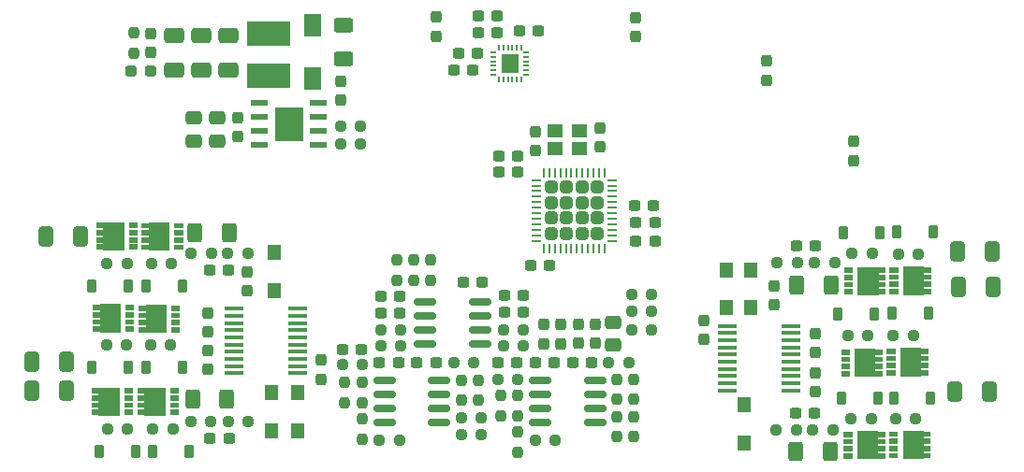
<source format=gbr>
%TF.GenerationSoftware,KiCad,Pcbnew,8.0.2*%
%TF.CreationDate,2024-07-12T01:17:03+08:00*%
%TF.ProjectId,bldcDriver,626c6463-4472-4697-9665-722e6b696361,rev?*%
%TF.SameCoordinates,Original*%
%TF.FileFunction,Paste,Bot*%
%TF.FilePolarity,Positive*%
%FSLAX46Y46*%
G04 Gerber Fmt 4.6, Leading zero omitted, Abs format (unit mm)*
G04 Created by KiCad (PCBNEW 8.0.2) date 2024-07-12 01:17:03*
%MOMM*%
%LPD*%
G01*
G04 APERTURE LIST*
G04 Aperture macros list*
%AMRoundRect*
0 Rectangle with rounded corners*
0 $1 Rounding radius*
0 $2 $3 $4 $5 $6 $7 $8 $9 X,Y pos of 4 corners*
0 Add a 4 corners polygon primitive as box body*
4,1,4,$2,$3,$4,$5,$6,$7,$8,$9,$2,$3,0*
0 Add four circle primitives for the rounded corners*
1,1,$1+$1,$2,$3*
1,1,$1+$1,$4,$5*
1,1,$1+$1,$6,$7*
1,1,$1+$1,$8,$9*
0 Add four rect primitives between the rounded corners*
20,1,$1+$1,$2,$3,$4,$5,0*
20,1,$1+$1,$4,$5,$6,$7,0*
20,1,$1+$1,$6,$7,$8,$9,0*
20,1,$1+$1,$8,$9,$2,$3,0*%
G04 Aperture macros list end*
%ADD10C,0.120000*%
%ADD11RoundRect,0.237500X0.237500X-0.250000X0.237500X0.250000X-0.237500X0.250000X-0.237500X-0.250000X0*%
%ADD12RoundRect,0.237500X-0.237500X0.300000X-0.237500X-0.300000X0.237500X-0.300000X0.237500X0.300000X0*%
%ADD13RoundRect,0.150000X0.825000X0.150000X-0.825000X0.150000X-0.825000X-0.150000X0.825000X-0.150000X0*%
%ADD14RoundRect,0.237500X-0.250000X-0.237500X0.250000X-0.237500X0.250000X0.237500X-0.250000X0.237500X0*%
%ADD15RoundRect,0.237500X0.250000X0.237500X-0.250000X0.237500X-0.250000X-0.237500X0.250000X-0.237500X0*%
%ADD16RoundRect,0.237500X-0.237500X0.250000X-0.237500X-0.250000X0.237500X-0.250000X0.237500X0.250000X0*%
%ADD17RoundRect,0.250000X0.650000X-0.412500X0.650000X0.412500X-0.650000X0.412500X-0.650000X-0.412500X0*%
%ADD18R,1.200000X1.400000*%
%ADD19RoundRect,0.237500X0.300000X0.237500X-0.300000X0.237500X-0.300000X-0.237500X0.300000X-0.237500X0*%
%ADD20R,0.700000X0.400000*%
%ADD21R,1.800000X2.480000*%
%ADD22RoundRect,0.237500X0.237500X-0.300000X0.237500X0.300000X-0.237500X0.300000X-0.237500X-0.300000X0*%
%ADD23RoundRect,0.225000X-0.225000X-0.375000X0.225000X-0.375000X0.225000X0.375000X-0.225000X0.375000X0*%
%ADD24RoundRect,0.250000X0.475000X-0.337500X0.475000X0.337500X-0.475000X0.337500X-0.475000X-0.337500X0*%
%ADD25RoundRect,0.225000X0.225000X0.375000X-0.225000X0.375000X-0.225000X-0.375000X0.225000X-0.375000X0*%
%ADD26RoundRect,0.250000X0.412500X0.650000X-0.412500X0.650000X-0.412500X-0.650000X0.412500X-0.650000X0*%
%ADD27RoundRect,0.237500X-0.300000X-0.237500X0.300000X-0.237500X0.300000X0.237500X-0.300000X0.237500X0*%
%ADD28R,0.203200X0.558800*%
%ADD29R,0.558800X0.203200*%
%ADD30R,1.600200X1.752600*%
%ADD31RoundRect,0.250000X-0.315000X0.315000X-0.315000X-0.315000X0.315000X-0.315000X0.315000X0.315000X0*%
%ADD32RoundRect,0.062500X-0.062500X0.375000X-0.062500X-0.375000X0.062500X-0.375000X0.062500X0.375000X0*%
%ADD33RoundRect,0.062500X-0.375000X0.062500X-0.375000X-0.062500X0.375000X-0.062500X0.375000X0.062500X0*%
%ADD34RoundRect,0.250000X-0.412500X-0.650000X0.412500X-0.650000X0.412500X0.650000X-0.412500X0.650000X0*%
%ADD35RoundRect,0.250000X-0.400000X-0.625000X0.400000X-0.625000X0.400000X0.625000X-0.400000X0.625000X0*%
%ADD36RoundRect,0.237500X0.287500X0.237500X-0.287500X0.237500X-0.287500X-0.237500X0.287500X-0.237500X0*%
%ADD37R,1.620000X2.046000*%
%ADD38RoundRect,0.250000X-0.625000X0.400000X-0.625000X-0.400000X0.625000X-0.400000X0.625000X0.400000X0*%
%ADD39RoundRect,0.250000X0.400000X0.625000X-0.400000X0.625000X-0.400000X-0.625000X0.400000X-0.625000X0*%
%ADD40R,3.900000X2.200000*%
%ADD41O,1.742000X0.364000*%
%ADD42R,1.400000X1.200000*%
%ADD43R,1.550000X0.600000*%
%ADD44R,2.600000X3.100000*%
G04 APERTURE END LIST*
D10*
%TO.C,Q11*%
X112332500Y-54654476D02*
X111632500Y-54654476D01*
X111632500Y-54254476D01*
X112332500Y-54254476D01*
X112332500Y-54654476D01*
G36*
X112332500Y-54654476D02*
G01*
X111632500Y-54654476D01*
X111632500Y-54254476D01*
X112332500Y-54254476D01*
X112332500Y-54654476D01*
G37*
X112332500Y-55304476D02*
X111632500Y-55304476D01*
X111632500Y-54904476D01*
X112332500Y-54904476D01*
X112332500Y-55304476D01*
G36*
X112332500Y-55304476D02*
G01*
X111632500Y-55304476D01*
X111632500Y-54904476D01*
X112332500Y-54904476D01*
X112332500Y-55304476D01*
G37*
X112332500Y-55954476D02*
X111632500Y-55954476D01*
X111632500Y-55554476D01*
X112332500Y-55554476D01*
X112332500Y-55954476D01*
G36*
X112332500Y-55954476D02*
G01*
X111632500Y-55954476D01*
X111632500Y-55554476D01*
X112332500Y-55554476D01*
X112332500Y-55954476D01*
G37*
X112332500Y-56604476D02*
X111632500Y-56604476D01*
X111632500Y-56204476D01*
X112332500Y-56204476D01*
X112332500Y-56604476D01*
G36*
X112332500Y-56604476D02*
G01*
X111632500Y-56604476D01*
X111632500Y-56204476D01*
X112332500Y-56204476D01*
X112332500Y-56604476D01*
G37*
X114652500Y-54254476D02*
X115302500Y-54254476D01*
X115302500Y-54654476D01*
X114652500Y-54654476D01*
X114652500Y-54904476D01*
X115302500Y-54904476D01*
X115302500Y-55304476D01*
X114652500Y-55304476D01*
X114652500Y-55554476D01*
X115302500Y-55554476D01*
X115302500Y-55954476D01*
X114652500Y-55954476D01*
X114652500Y-56204476D01*
X115302500Y-56204476D01*
X115302500Y-56604476D01*
X114652500Y-56604476D01*
X114652500Y-56669476D01*
X112852500Y-56669476D01*
X112852500Y-54189476D01*
X114652500Y-54189476D01*
X114652500Y-54254476D01*
G36*
X114652500Y-54254476D02*
G01*
X115302500Y-54254476D01*
X115302500Y-54654476D01*
X114652500Y-54654476D01*
X114652500Y-54904476D01*
X115302500Y-54904476D01*
X115302500Y-55304476D01*
X114652500Y-55304476D01*
X114652500Y-55554476D01*
X115302500Y-55554476D01*
X115302500Y-55954476D01*
X114652500Y-55954476D01*
X114652500Y-56204476D01*
X115302500Y-56204476D01*
X115302500Y-56604476D01*
X114652500Y-56604476D01*
X114652500Y-56669476D01*
X112852500Y-56669476D01*
X112852500Y-54189476D01*
X114652500Y-54189476D01*
X114652500Y-54254476D01*
G37*
%TO.C,Q9*%
X112080000Y-62025000D02*
X111380000Y-62025000D01*
X111380000Y-61625000D01*
X112080000Y-61625000D01*
X112080000Y-62025000D01*
G36*
X112080000Y-62025000D02*
G01*
X111380000Y-62025000D01*
X111380000Y-61625000D01*
X112080000Y-61625000D01*
X112080000Y-62025000D01*
G37*
X112080000Y-62675000D02*
X111380000Y-62675000D01*
X111380000Y-62275000D01*
X112080000Y-62275000D01*
X112080000Y-62675000D01*
G36*
X112080000Y-62675000D02*
G01*
X111380000Y-62675000D01*
X111380000Y-62275000D01*
X112080000Y-62275000D01*
X112080000Y-62675000D01*
G37*
X112080000Y-63325000D02*
X111380000Y-63325000D01*
X111380000Y-62925000D01*
X112080000Y-62925000D01*
X112080000Y-63325000D01*
G36*
X112080000Y-63325000D02*
G01*
X111380000Y-63325000D01*
X111380000Y-62925000D01*
X112080000Y-62925000D01*
X112080000Y-63325000D01*
G37*
X112080000Y-63975000D02*
X111380000Y-63975000D01*
X111380000Y-63575000D01*
X112080000Y-63575000D01*
X112080000Y-63975000D01*
G36*
X112080000Y-63975000D02*
G01*
X111380000Y-63975000D01*
X111380000Y-63575000D01*
X112080000Y-63575000D01*
X112080000Y-63975000D01*
G37*
X114400000Y-61625000D02*
X115050000Y-61625000D01*
X115050000Y-62025000D01*
X114400000Y-62025000D01*
X114400000Y-62275000D01*
X115050000Y-62275000D01*
X115050000Y-62675000D01*
X114400000Y-62675000D01*
X114400000Y-62925000D01*
X115050000Y-62925000D01*
X115050000Y-63325000D01*
X114400000Y-63325000D01*
X114400000Y-63575000D01*
X115050000Y-63575000D01*
X115050000Y-63975000D01*
X114400000Y-63975000D01*
X114400000Y-64040000D01*
X112600000Y-64040000D01*
X112600000Y-61560000D01*
X114400000Y-61560000D01*
X114400000Y-61625000D01*
G36*
X114400000Y-61625000D02*
G01*
X115050000Y-61625000D01*
X115050000Y-62025000D01*
X114400000Y-62025000D01*
X114400000Y-62275000D01*
X115050000Y-62275000D01*
X115050000Y-62675000D01*
X114400000Y-62675000D01*
X114400000Y-62925000D01*
X115050000Y-62925000D01*
X115050000Y-63325000D01*
X114400000Y-63325000D01*
X114400000Y-63575000D01*
X115050000Y-63575000D01*
X115050000Y-63975000D01*
X114400000Y-63975000D01*
X114400000Y-64040000D01*
X112600000Y-64040000D01*
X112600000Y-61560000D01*
X114400000Y-61560000D01*
X114400000Y-61625000D01*
G37*
%TO.C,Q8*%
X108182500Y-69546476D02*
X107482500Y-69546476D01*
X107482500Y-69146476D01*
X108182500Y-69146476D01*
X108182500Y-69546476D01*
G36*
X108182500Y-69546476D02*
G01*
X107482500Y-69546476D01*
X107482500Y-69146476D01*
X108182500Y-69146476D01*
X108182500Y-69546476D01*
G37*
X108182500Y-70196476D02*
X107482500Y-70196476D01*
X107482500Y-69796476D01*
X108182500Y-69796476D01*
X108182500Y-70196476D01*
G36*
X108182500Y-70196476D02*
G01*
X107482500Y-70196476D01*
X107482500Y-69796476D01*
X108182500Y-69796476D01*
X108182500Y-70196476D01*
G37*
X108182500Y-70846476D02*
X107482500Y-70846476D01*
X107482500Y-70446476D01*
X108182500Y-70446476D01*
X108182500Y-70846476D01*
G36*
X108182500Y-70846476D02*
G01*
X107482500Y-70846476D01*
X107482500Y-70446476D01*
X108182500Y-70446476D01*
X108182500Y-70846476D01*
G37*
X108182500Y-71496476D02*
X107482500Y-71496476D01*
X107482500Y-71096476D01*
X108182500Y-71096476D01*
X108182500Y-71496476D01*
G36*
X108182500Y-71496476D02*
G01*
X107482500Y-71496476D01*
X107482500Y-71096476D01*
X108182500Y-71096476D01*
X108182500Y-71496476D01*
G37*
X110502500Y-69146476D02*
X111152500Y-69146476D01*
X111152500Y-69546476D01*
X110502500Y-69546476D01*
X110502500Y-69796476D01*
X111152500Y-69796476D01*
X111152500Y-70196476D01*
X110502500Y-70196476D01*
X110502500Y-70446476D01*
X111152500Y-70446476D01*
X111152500Y-70846476D01*
X110502500Y-70846476D01*
X110502500Y-71096476D01*
X111152500Y-71096476D01*
X111152500Y-71496476D01*
X110502500Y-71496476D01*
X110502500Y-71561476D01*
X108702500Y-71561476D01*
X108702500Y-69081476D01*
X110502500Y-69081476D01*
X110502500Y-69146476D01*
G36*
X110502500Y-69146476D02*
G01*
X111152500Y-69146476D01*
X111152500Y-69546476D01*
X110502500Y-69546476D01*
X110502500Y-69796476D01*
X111152500Y-69796476D01*
X111152500Y-70196476D01*
X110502500Y-70196476D01*
X110502500Y-70446476D01*
X111152500Y-70446476D01*
X111152500Y-70846476D01*
X110502500Y-70846476D01*
X110502500Y-71096476D01*
X111152500Y-71096476D01*
X111152500Y-71496476D01*
X110502500Y-71496476D01*
X110502500Y-71561476D01*
X108702500Y-71561476D01*
X108702500Y-69081476D01*
X110502500Y-69081476D01*
X110502500Y-69146476D01*
G37*
%TO.C,Q13*%
X43103500Y-65600000D02*
X42403500Y-65600000D01*
X42403500Y-65200000D01*
X43103500Y-65200000D01*
X43103500Y-65600000D01*
G36*
X43103500Y-65600000D02*
G01*
X42403500Y-65600000D01*
X42403500Y-65200000D01*
X43103500Y-65200000D01*
X43103500Y-65600000D01*
G37*
X43103500Y-66250000D02*
X42403500Y-66250000D01*
X42403500Y-65850000D01*
X43103500Y-65850000D01*
X43103500Y-66250000D01*
G36*
X43103500Y-66250000D02*
G01*
X42403500Y-66250000D01*
X42403500Y-65850000D01*
X43103500Y-65850000D01*
X43103500Y-66250000D01*
G37*
X43103500Y-66900000D02*
X42403500Y-66900000D01*
X42403500Y-66500000D01*
X43103500Y-66500000D01*
X43103500Y-66900000D01*
G36*
X43103500Y-66900000D02*
G01*
X42403500Y-66900000D01*
X42403500Y-66500000D01*
X43103500Y-66500000D01*
X43103500Y-66900000D01*
G37*
X43103500Y-67550000D02*
X42403500Y-67550000D01*
X42403500Y-67150000D01*
X43103500Y-67150000D01*
X43103500Y-67550000D01*
G36*
X43103500Y-67550000D02*
G01*
X42403500Y-67550000D01*
X42403500Y-67150000D01*
X43103500Y-67150000D01*
X43103500Y-67550000D01*
G37*
X41883500Y-67615000D02*
X40083500Y-67615000D01*
X40083500Y-67550000D01*
X39433500Y-67550000D01*
X39433500Y-67150000D01*
X40083500Y-67150000D01*
X40083500Y-66900000D01*
X39433500Y-66900000D01*
X39433500Y-66500000D01*
X40083500Y-66500000D01*
X40083500Y-66250000D01*
X39433500Y-66250000D01*
X39433500Y-65850000D01*
X40083500Y-65850000D01*
X40083500Y-65600000D01*
X39433500Y-65600000D01*
X39433500Y-65200000D01*
X40083500Y-65200000D01*
X40083500Y-65135000D01*
X41883500Y-65135000D01*
X41883500Y-67615000D01*
G36*
X41883500Y-67615000D02*
G01*
X40083500Y-67615000D01*
X40083500Y-67550000D01*
X39433500Y-67550000D01*
X39433500Y-67150000D01*
X40083500Y-67150000D01*
X40083500Y-66900000D01*
X39433500Y-66900000D01*
X39433500Y-66500000D01*
X40083500Y-66500000D01*
X40083500Y-66250000D01*
X39433500Y-66250000D01*
X39433500Y-65850000D01*
X40083500Y-65850000D01*
X40083500Y-65600000D01*
X39433500Y-65600000D01*
X39433500Y-65200000D01*
X40083500Y-65200000D01*
X40083500Y-65135000D01*
X41883500Y-65135000D01*
X41883500Y-67615000D01*
G37*
%TO.C,Q14*%
X47370000Y-58115000D02*
X46670000Y-58115000D01*
X46670000Y-57715000D01*
X47370000Y-57715000D01*
X47370000Y-58115000D01*
G36*
X47370000Y-58115000D02*
G01*
X46670000Y-58115000D01*
X46670000Y-57715000D01*
X47370000Y-57715000D01*
X47370000Y-58115000D01*
G37*
X47370000Y-58765000D02*
X46670000Y-58765000D01*
X46670000Y-58365000D01*
X47370000Y-58365000D01*
X47370000Y-58765000D01*
G36*
X47370000Y-58765000D02*
G01*
X46670000Y-58765000D01*
X46670000Y-58365000D01*
X47370000Y-58365000D01*
X47370000Y-58765000D01*
G37*
X47370000Y-59415000D02*
X46670000Y-59415000D01*
X46670000Y-59015000D01*
X47370000Y-59015000D01*
X47370000Y-59415000D01*
G36*
X47370000Y-59415000D02*
G01*
X46670000Y-59415000D01*
X46670000Y-59015000D01*
X47370000Y-59015000D01*
X47370000Y-59415000D01*
G37*
X47370000Y-60065000D02*
X46670000Y-60065000D01*
X46670000Y-59665000D01*
X47370000Y-59665000D01*
X47370000Y-60065000D01*
G36*
X47370000Y-60065000D02*
G01*
X46670000Y-60065000D01*
X46670000Y-59665000D01*
X47370000Y-59665000D01*
X47370000Y-60065000D01*
G37*
X46150000Y-60130000D02*
X44350000Y-60130000D01*
X44350000Y-60065000D01*
X43700000Y-60065000D01*
X43700000Y-59665000D01*
X44350000Y-59665000D01*
X44350000Y-59415000D01*
X43700000Y-59415000D01*
X43700000Y-59015000D01*
X44350000Y-59015000D01*
X44350000Y-58765000D01*
X43700000Y-58765000D01*
X43700000Y-58365000D01*
X44350000Y-58365000D01*
X44350000Y-58115000D01*
X43700000Y-58115000D01*
X43700000Y-57715000D01*
X44350000Y-57715000D01*
X44350000Y-57650000D01*
X46150000Y-57650000D01*
X46150000Y-60130000D01*
G36*
X46150000Y-60130000D02*
G01*
X44350000Y-60130000D01*
X44350000Y-60065000D01*
X43700000Y-60065000D01*
X43700000Y-59665000D01*
X44350000Y-59665000D01*
X44350000Y-59415000D01*
X43700000Y-59415000D01*
X43700000Y-59015000D01*
X44350000Y-59015000D01*
X44350000Y-58765000D01*
X43700000Y-58765000D01*
X43700000Y-58365000D01*
X44350000Y-58365000D01*
X44350000Y-58115000D01*
X43700000Y-58115000D01*
X43700000Y-57715000D01*
X44350000Y-57715000D01*
X44350000Y-57650000D01*
X46150000Y-57650000D01*
X46150000Y-60130000D01*
G37*
%TO.C,Q15*%
X43540000Y-50625714D02*
X42840000Y-50625714D01*
X42840000Y-50225714D01*
X43540000Y-50225714D01*
X43540000Y-50625714D01*
G36*
X43540000Y-50625714D02*
G01*
X42840000Y-50625714D01*
X42840000Y-50225714D01*
X43540000Y-50225714D01*
X43540000Y-50625714D01*
G37*
X43540000Y-51275714D02*
X42840000Y-51275714D01*
X42840000Y-50875714D01*
X43540000Y-50875714D01*
X43540000Y-51275714D01*
G36*
X43540000Y-51275714D02*
G01*
X42840000Y-51275714D01*
X42840000Y-50875714D01*
X43540000Y-50875714D01*
X43540000Y-51275714D01*
G37*
X43540000Y-51925714D02*
X42840000Y-51925714D01*
X42840000Y-51525714D01*
X43540000Y-51525714D01*
X43540000Y-51925714D01*
G36*
X43540000Y-51925714D02*
G01*
X42840000Y-51925714D01*
X42840000Y-51525714D01*
X43540000Y-51525714D01*
X43540000Y-51925714D01*
G37*
X43540000Y-52575714D02*
X42840000Y-52575714D01*
X42840000Y-52175714D01*
X43540000Y-52175714D01*
X43540000Y-52575714D01*
G36*
X43540000Y-52575714D02*
G01*
X42840000Y-52575714D01*
X42840000Y-52175714D01*
X43540000Y-52175714D01*
X43540000Y-52575714D01*
G37*
X42320000Y-52640714D02*
X40520000Y-52640714D01*
X40520000Y-52575714D01*
X39870000Y-52575714D01*
X39870000Y-52175714D01*
X40520000Y-52175714D01*
X40520000Y-51925714D01*
X39870000Y-51925714D01*
X39870000Y-51525714D01*
X40520000Y-51525714D01*
X40520000Y-51275714D01*
X39870000Y-51275714D01*
X39870000Y-50875714D01*
X40520000Y-50875714D01*
X40520000Y-50625714D01*
X39870000Y-50625714D01*
X39870000Y-50225714D01*
X40520000Y-50225714D01*
X40520000Y-50160714D01*
X42320000Y-50160714D01*
X42320000Y-52640714D01*
G36*
X42320000Y-52640714D02*
G01*
X40520000Y-52640714D01*
X40520000Y-52575714D01*
X39870000Y-52575714D01*
X39870000Y-52175714D01*
X40520000Y-52175714D01*
X40520000Y-51925714D01*
X39870000Y-51925714D01*
X39870000Y-51525714D01*
X40520000Y-51525714D01*
X40520000Y-51275714D01*
X39870000Y-51275714D01*
X39870000Y-50875714D01*
X40520000Y-50875714D01*
X40520000Y-50625714D01*
X39870000Y-50625714D01*
X39870000Y-50225714D01*
X40520000Y-50225714D01*
X40520000Y-50160714D01*
X42320000Y-50160714D01*
X42320000Y-52640714D01*
G37*
%TO.C,Q1*%
X47252500Y-65600000D02*
X46552500Y-65600000D01*
X46552500Y-65200000D01*
X47252500Y-65200000D01*
X47252500Y-65600000D01*
G36*
X47252500Y-65600000D02*
G01*
X46552500Y-65600000D01*
X46552500Y-65200000D01*
X47252500Y-65200000D01*
X47252500Y-65600000D01*
G37*
X47252500Y-66250000D02*
X46552500Y-66250000D01*
X46552500Y-65850000D01*
X47252500Y-65850000D01*
X47252500Y-66250000D01*
G36*
X47252500Y-66250000D02*
G01*
X46552500Y-66250000D01*
X46552500Y-65850000D01*
X47252500Y-65850000D01*
X47252500Y-66250000D01*
G37*
X47252500Y-66900000D02*
X46552500Y-66900000D01*
X46552500Y-66500000D01*
X47252500Y-66500000D01*
X47252500Y-66900000D01*
G36*
X47252500Y-66900000D02*
G01*
X46552500Y-66900000D01*
X46552500Y-66500000D01*
X47252500Y-66500000D01*
X47252500Y-66900000D01*
G37*
X47252500Y-67550000D02*
X46552500Y-67550000D01*
X46552500Y-67150000D01*
X47252500Y-67150000D01*
X47252500Y-67550000D01*
G36*
X47252500Y-67550000D02*
G01*
X46552500Y-67550000D01*
X46552500Y-67150000D01*
X47252500Y-67150000D01*
X47252500Y-67550000D01*
G37*
X46032500Y-67615000D02*
X44232500Y-67615000D01*
X44232500Y-67550000D01*
X43582500Y-67550000D01*
X43582500Y-67150000D01*
X44232500Y-67150000D01*
X44232500Y-66900000D01*
X43582500Y-66900000D01*
X43582500Y-66500000D01*
X44232500Y-66500000D01*
X44232500Y-66250000D01*
X43582500Y-66250000D01*
X43582500Y-65850000D01*
X44232500Y-65850000D01*
X44232500Y-65600000D01*
X43582500Y-65600000D01*
X43582500Y-65200000D01*
X44232500Y-65200000D01*
X44232500Y-65135000D01*
X46032500Y-65135000D01*
X46032500Y-67615000D01*
G36*
X46032500Y-67615000D02*
G01*
X44232500Y-67615000D01*
X44232500Y-67550000D01*
X43582500Y-67550000D01*
X43582500Y-67150000D01*
X44232500Y-67150000D01*
X44232500Y-66900000D01*
X43582500Y-66900000D01*
X43582500Y-66500000D01*
X44232500Y-66500000D01*
X44232500Y-66250000D01*
X43582500Y-66250000D01*
X43582500Y-65850000D01*
X44232500Y-65850000D01*
X44232500Y-65600000D01*
X43582500Y-65600000D01*
X43582500Y-65200000D01*
X44232500Y-65200000D01*
X44232500Y-65135000D01*
X46032500Y-65135000D01*
X46032500Y-67615000D01*
G37*
%TO.C,Q7*%
X112311500Y-69531476D02*
X111611500Y-69531476D01*
X111611500Y-69131476D01*
X112311500Y-69131476D01*
X112311500Y-69531476D01*
G36*
X112311500Y-69531476D02*
G01*
X111611500Y-69531476D01*
X111611500Y-69131476D01*
X112311500Y-69131476D01*
X112311500Y-69531476D01*
G37*
X112311500Y-70181476D02*
X111611500Y-70181476D01*
X111611500Y-69781476D01*
X112311500Y-69781476D01*
X112311500Y-70181476D01*
G36*
X112311500Y-70181476D02*
G01*
X111611500Y-70181476D01*
X111611500Y-69781476D01*
X112311500Y-69781476D01*
X112311500Y-70181476D01*
G37*
X112311500Y-70831476D02*
X111611500Y-70831476D01*
X111611500Y-70431476D01*
X112311500Y-70431476D01*
X112311500Y-70831476D01*
G36*
X112311500Y-70831476D02*
G01*
X111611500Y-70831476D01*
X111611500Y-70431476D01*
X112311500Y-70431476D01*
X112311500Y-70831476D01*
G37*
X112311500Y-71481476D02*
X111611500Y-71481476D01*
X111611500Y-71081476D01*
X112311500Y-71081476D01*
X112311500Y-71481476D01*
G36*
X112311500Y-71481476D02*
G01*
X111611500Y-71481476D01*
X111611500Y-71081476D01*
X112311500Y-71081476D01*
X112311500Y-71481476D01*
G37*
X114631500Y-69131476D02*
X115281500Y-69131476D01*
X115281500Y-69531476D01*
X114631500Y-69531476D01*
X114631500Y-69781476D01*
X115281500Y-69781476D01*
X115281500Y-70181476D01*
X114631500Y-70181476D01*
X114631500Y-70431476D01*
X115281500Y-70431476D01*
X115281500Y-70831476D01*
X114631500Y-70831476D01*
X114631500Y-71081476D01*
X115281500Y-71081476D01*
X115281500Y-71481476D01*
X114631500Y-71481476D01*
X114631500Y-71546476D01*
X112831500Y-71546476D01*
X112831500Y-69066476D01*
X114631500Y-69066476D01*
X114631500Y-69131476D01*
G36*
X114631500Y-69131476D02*
G01*
X115281500Y-69131476D01*
X115281500Y-69531476D01*
X114631500Y-69531476D01*
X114631500Y-69781476D01*
X115281500Y-69781476D01*
X115281500Y-70181476D01*
X114631500Y-70181476D01*
X114631500Y-70431476D01*
X115281500Y-70431476D01*
X115281500Y-70831476D01*
X114631500Y-70831476D01*
X114631500Y-71081476D01*
X115281500Y-71081476D01*
X115281500Y-71481476D01*
X114631500Y-71481476D01*
X114631500Y-71546476D01*
X112831500Y-71546476D01*
X112831500Y-69066476D01*
X114631500Y-69066476D01*
X114631500Y-69131476D01*
G37*
%TO.C,Q12*%
X108242500Y-54681476D02*
X107542500Y-54681476D01*
X107542500Y-54281476D01*
X108242500Y-54281476D01*
X108242500Y-54681476D01*
G36*
X108242500Y-54681476D02*
G01*
X107542500Y-54681476D01*
X107542500Y-54281476D01*
X108242500Y-54281476D01*
X108242500Y-54681476D01*
G37*
X108242500Y-55331476D02*
X107542500Y-55331476D01*
X107542500Y-54931476D01*
X108242500Y-54931476D01*
X108242500Y-55331476D01*
G36*
X108242500Y-55331476D02*
G01*
X107542500Y-55331476D01*
X107542500Y-54931476D01*
X108242500Y-54931476D01*
X108242500Y-55331476D01*
G37*
X108242500Y-55981476D02*
X107542500Y-55981476D01*
X107542500Y-55581476D01*
X108242500Y-55581476D01*
X108242500Y-55981476D01*
G36*
X108242500Y-55981476D02*
G01*
X107542500Y-55981476D01*
X107542500Y-55581476D01*
X108242500Y-55581476D01*
X108242500Y-55981476D01*
G37*
X108242500Y-56631476D02*
X107542500Y-56631476D01*
X107542500Y-56231476D01*
X108242500Y-56231476D01*
X108242500Y-56631476D01*
G36*
X108242500Y-56631476D02*
G01*
X107542500Y-56631476D01*
X107542500Y-56231476D01*
X108242500Y-56231476D01*
X108242500Y-56631476D01*
G37*
X110562500Y-54281476D02*
X111212500Y-54281476D01*
X111212500Y-54681476D01*
X110562500Y-54681476D01*
X110562500Y-54931476D01*
X111212500Y-54931476D01*
X111212500Y-55331476D01*
X110562500Y-55331476D01*
X110562500Y-55581476D01*
X111212500Y-55581476D01*
X111212500Y-55981476D01*
X110562500Y-55981476D01*
X110562500Y-56231476D01*
X111212500Y-56231476D01*
X111212500Y-56631476D01*
X110562500Y-56631476D01*
X110562500Y-56696476D01*
X108762500Y-56696476D01*
X108762500Y-54216476D01*
X110562500Y-54216476D01*
X110562500Y-54281476D01*
G36*
X110562500Y-54281476D02*
G01*
X111212500Y-54281476D01*
X111212500Y-54681476D01*
X110562500Y-54681476D01*
X110562500Y-54931476D01*
X111212500Y-54931476D01*
X111212500Y-55331476D01*
X110562500Y-55331476D01*
X110562500Y-55581476D01*
X111212500Y-55581476D01*
X111212500Y-55981476D01*
X110562500Y-55981476D01*
X110562500Y-56231476D01*
X111212500Y-56231476D01*
X111212500Y-56631476D01*
X110562500Y-56631476D01*
X110562500Y-56696476D01*
X108762500Y-56696476D01*
X108762500Y-54216476D01*
X110562500Y-54216476D01*
X110562500Y-54281476D01*
G37*
%TO.C,Q16*%
X47649000Y-50635000D02*
X46949000Y-50635000D01*
X46949000Y-50235000D01*
X47649000Y-50235000D01*
X47649000Y-50635000D01*
G36*
X47649000Y-50635000D02*
G01*
X46949000Y-50635000D01*
X46949000Y-50235000D01*
X47649000Y-50235000D01*
X47649000Y-50635000D01*
G37*
X47649000Y-51285000D02*
X46949000Y-51285000D01*
X46949000Y-50885000D01*
X47649000Y-50885000D01*
X47649000Y-51285000D01*
G36*
X47649000Y-51285000D02*
G01*
X46949000Y-51285000D01*
X46949000Y-50885000D01*
X47649000Y-50885000D01*
X47649000Y-51285000D01*
G37*
X47649000Y-51935000D02*
X46949000Y-51935000D01*
X46949000Y-51535000D01*
X47649000Y-51535000D01*
X47649000Y-51935000D01*
G36*
X47649000Y-51935000D02*
G01*
X46949000Y-51935000D01*
X46949000Y-51535000D01*
X47649000Y-51535000D01*
X47649000Y-51935000D01*
G37*
X47649000Y-52585000D02*
X46949000Y-52585000D01*
X46949000Y-52185000D01*
X47649000Y-52185000D01*
X47649000Y-52585000D01*
G36*
X47649000Y-52585000D02*
G01*
X46949000Y-52585000D01*
X46949000Y-52185000D01*
X47649000Y-52185000D01*
X47649000Y-52585000D01*
G37*
X46429000Y-52650000D02*
X44629000Y-52650000D01*
X44629000Y-52585000D01*
X43979000Y-52585000D01*
X43979000Y-52185000D01*
X44629000Y-52185000D01*
X44629000Y-51935000D01*
X43979000Y-51935000D01*
X43979000Y-51535000D01*
X44629000Y-51535000D01*
X44629000Y-51285000D01*
X43979000Y-51285000D01*
X43979000Y-50885000D01*
X44629000Y-50885000D01*
X44629000Y-50635000D01*
X43979000Y-50635000D01*
X43979000Y-50235000D01*
X44629000Y-50235000D01*
X44629000Y-50170000D01*
X46429000Y-50170000D01*
X46429000Y-52650000D01*
G36*
X46429000Y-52650000D02*
G01*
X44629000Y-52650000D01*
X44629000Y-52585000D01*
X43979000Y-52585000D01*
X43979000Y-52185000D01*
X44629000Y-52185000D01*
X44629000Y-51935000D01*
X43979000Y-51935000D01*
X43979000Y-51535000D01*
X44629000Y-51535000D01*
X44629000Y-51285000D01*
X43979000Y-51285000D01*
X43979000Y-50885000D01*
X44629000Y-50885000D01*
X44629000Y-50635000D01*
X43979000Y-50635000D01*
X43979000Y-50235000D01*
X44629000Y-50235000D01*
X44629000Y-50170000D01*
X46429000Y-50170000D01*
X46429000Y-52650000D01*
G37*
%TO.C,Q10*%
X107950000Y-62091476D02*
X107250000Y-62091476D01*
X107250000Y-61691476D01*
X107950000Y-61691476D01*
X107950000Y-62091476D01*
G36*
X107950000Y-62091476D02*
G01*
X107250000Y-62091476D01*
X107250000Y-61691476D01*
X107950000Y-61691476D01*
X107950000Y-62091476D01*
G37*
X107950000Y-62741476D02*
X107250000Y-62741476D01*
X107250000Y-62341476D01*
X107950000Y-62341476D01*
X107950000Y-62741476D01*
G36*
X107950000Y-62741476D02*
G01*
X107250000Y-62741476D01*
X107250000Y-62341476D01*
X107950000Y-62341476D01*
X107950000Y-62741476D01*
G37*
X107950000Y-63391476D02*
X107250000Y-63391476D01*
X107250000Y-62991476D01*
X107950000Y-62991476D01*
X107950000Y-63391476D01*
G36*
X107950000Y-63391476D02*
G01*
X107250000Y-63391476D01*
X107250000Y-62991476D01*
X107950000Y-62991476D01*
X107950000Y-63391476D01*
G37*
X107950000Y-64041476D02*
X107250000Y-64041476D01*
X107250000Y-63641476D01*
X107950000Y-63641476D01*
X107950000Y-64041476D01*
G36*
X107950000Y-64041476D02*
G01*
X107250000Y-64041476D01*
X107250000Y-63641476D01*
X107950000Y-63641476D01*
X107950000Y-64041476D01*
G37*
X110270000Y-61691476D02*
X110920000Y-61691476D01*
X110920000Y-62091476D01*
X110270000Y-62091476D01*
X110270000Y-62341476D01*
X110920000Y-62341476D01*
X110920000Y-62741476D01*
X110270000Y-62741476D01*
X110270000Y-62991476D01*
X110920000Y-62991476D01*
X110920000Y-63391476D01*
X110270000Y-63391476D01*
X110270000Y-63641476D01*
X110920000Y-63641476D01*
X110920000Y-64041476D01*
X110270000Y-64041476D01*
X110270000Y-64106476D01*
X108470000Y-64106476D01*
X108470000Y-61626476D01*
X110270000Y-61626476D01*
X110270000Y-61691476D01*
G36*
X110270000Y-61691476D02*
G01*
X110920000Y-61691476D01*
X110920000Y-62091476D01*
X110270000Y-62091476D01*
X110270000Y-62341476D01*
X110920000Y-62341476D01*
X110920000Y-62741476D01*
X110270000Y-62741476D01*
X110270000Y-62991476D01*
X110920000Y-62991476D01*
X110920000Y-63391476D01*
X110270000Y-63391476D01*
X110270000Y-63641476D01*
X110920000Y-63641476D01*
X110920000Y-64041476D01*
X110270000Y-64041476D01*
X110270000Y-64106476D01*
X108470000Y-64106476D01*
X108470000Y-61626476D01*
X110270000Y-61626476D01*
X110270000Y-61691476D01*
G37*
%TO.C,Q2*%
X43220000Y-58055000D02*
X42520000Y-58055000D01*
X42520000Y-57655000D01*
X43220000Y-57655000D01*
X43220000Y-58055000D01*
G36*
X43220000Y-58055000D02*
G01*
X42520000Y-58055000D01*
X42520000Y-57655000D01*
X43220000Y-57655000D01*
X43220000Y-58055000D01*
G37*
X43220000Y-58705000D02*
X42520000Y-58705000D01*
X42520000Y-58305000D01*
X43220000Y-58305000D01*
X43220000Y-58705000D01*
G36*
X43220000Y-58705000D02*
G01*
X42520000Y-58705000D01*
X42520000Y-58305000D01*
X43220000Y-58305000D01*
X43220000Y-58705000D01*
G37*
X43220000Y-59355000D02*
X42520000Y-59355000D01*
X42520000Y-58955000D01*
X43220000Y-58955000D01*
X43220000Y-59355000D01*
G36*
X43220000Y-59355000D02*
G01*
X42520000Y-59355000D01*
X42520000Y-58955000D01*
X43220000Y-58955000D01*
X43220000Y-59355000D01*
G37*
X43220000Y-60005000D02*
X42520000Y-60005000D01*
X42520000Y-59605000D01*
X43220000Y-59605000D01*
X43220000Y-60005000D01*
G36*
X43220000Y-60005000D02*
G01*
X42520000Y-60005000D01*
X42520000Y-59605000D01*
X43220000Y-59605000D01*
X43220000Y-60005000D01*
G37*
X42000000Y-60070000D02*
X40200000Y-60070000D01*
X40200000Y-60005000D01*
X39550000Y-60005000D01*
X39550000Y-59605000D01*
X40200000Y-59605000D01*
X40200000Y-59355000D01*
X39550000Y-59355000D01*
X39550000Y-58955000D01*
X40200000Y-58955000D01*
X40200000Y-58705000D01*
X39550000Y-58705000D01*
X39550000Y-58305000D01*
X40200000Y-58305000D01*
X40200000Y-58055000D01*
X39550000Y-58055000D01*
X39550000Y-57655000D01*
X40200000Y-57655000D01*
X40200000Y-57590000D01*
X42000000Y-57590000D01*
X42000000Y-60070000D01*
G36*
X42000000Y-60070000D02*
G01*
X40200000Y-60070000D01*
X40200000Y-60005000D01*
X39550000Y-60005000D01*
X39550000Y-59605000D01*
X40200000Y-59605000D01*
X40200000Y-59355000D01*
X39550000Y-59355000D01*
X39550000Y-58955000D01*
X40200000Y-58955000D01*
X40200000Y-58705000D01*
X39550000Y-58705000D01*
X39550000Y-58305000D01*
X40200000Y-58305000D01*
X40200000Y-58055000D01*
X39550000Y-58055000D01*
X39550000Y-57655000D01*
X40200000Y-57655000D01*
X40200000Y-57590000D01*
X42000000Y-57590000D01*
X42000000Y-60070000D01*
G37*
%TD*%
D11*
%TO.C,R20*%
X88500000Y-66225000D03*
X88500000Y-64400000D03*
%TD*%
D12*
%TO.C,C9*%
X85030000Y-59400000D03*
X85030000Y-61125000D03*
%TD*%
D13*
%TO.C,U8*%
X74575000Y-57395000D03*
X74575000Y-58665000D03*
X74575000Y-59935000D03*
X74575000Y-61205000D03*
X69625000Y-61205000D03*
X69625000Y-59935000D03*
X69625000Y-58665000D03*
X69625000Y-57395000D03*
%TD*%
D14*
%TO.C,R2*%
X61978500Y-43054000D03*
X63803500Y-43054000D03*
%TD*%
D15*
%TO.C,R23*%
X53642500Y-68190000D03*
X51817500Y-68190000D03*
%TD*%
D16*
%TO.C,R3*%
X43281000Y-33016500D03*
X43281000Y-34841500D03*
%TD*%
D11*
%TO.C,R54*%
X68593750Y-55406250D03*
X68593750Y-53581250D03*
%TD*%
D17*
%TO.C,C6*%
X49341000Y-36366500D03*
X49341000Y-33241500D03*
%TD*%
D18*
%TO.C,D2*%
X98500000Y-66665000D03*
X98500000Y-70135000D03*
%TD*%
D19*
%TO.C,C18*%
X80862500Y-54050000D03*
X79137500Y-54050000D03*
%TD*%
D14*
%TO.C,R8*%
X40890000Y-68900000D03*
X42715000Y-68900000D03*
%TD*%
D20*
%TO.C,Q11*%
X111982500Y-56404476D03*
X111982500Y-55754476D03*
X111982500Y-55104476D03*
X111982500Y-54454476D03*
X114952500Y-54454476D03*
X114952500Y-55104476D03*
X114952500Y-55754476D03*
X114952500Y-56404476D03*
D21*
X113752500Y-55429476D03*
%TD*%
D15*
%TO.C,R17*%
X114265000Y-53071476D03*
X112440000Y-53071476D03*
%TD*%
D22*
%TO.C,C4*%
X61991000Y-39116500D03*
X61991000Y-37391500D03*
%TD*%
D19*
%TO.C,C41*%
X77900000Y-62900000D03*
X76175000Y-62900000D03*
%TD*%
D20*
%TO.C,Q9*%
X111730000Y-63775000D03*
X111730000Y-63125000D03*
X111730000Y-62475000D03*
X111730000Y-61825000D03*
X114700000Y-61825000D03*
X114700000Y-62475000D03*
X114700000Y-63125000D03*
X114700000Y-63775000D03*
D21*
X113500000Y-62800000D03*
%TD*%
D12*
%TO.C,C29*%
X53500000Y-54637500D03*
X53500000Y-56362500D03*
%TD*%
D20*
%TO.C,Q8*%
X107832500Y-71296476D03*
X107832500Y-70646476D03*
X107832500Y-69996476D03*
X107832500Y-69346476D03*
X110802500Y-69346476D03*
X110802500Y-69996476D03*
X110802500Y-70646476D03*
X110802500Y-71296476D03*
D21*
X109602500Y-70321476D03*
%TD*%
D14*
%TO.C,R4*%
X40807500Y-61300000D03*
X42632500Y-61300000D03*
%TD*%
D20*
%TO.C,Q13*%
X42753500Y-65400000D03*
X42753500Y-66050000D03*
X42753500Y-66700000D03*
X42753500Y-67350000D03*
X39783500Y-67350000D03*
X39783500Y-66700000D03*
X39783500Y-66050000D03*
X39783500Y-65400000D03*
D21*
X40983500Y-66375000D03*
%TD*%
D14*
%TO.C,R19*%
X44867500Y-53910000D03*
X46692500Y-53910000D03*
%TD*%
D23*
%TO.C,D22*%
X44372500Y-63350000D03*
X47672500Y-63350000D03*
%TD*%
D22*
%TO.C,C68*%
X85400000Y-43325000D03*
X85400000Y-41600000D03*
%TD*%
D19*
%TO.C,C35*%
X51822500Y-54510000D03*
X50097500Y-54510000D03*
%TD*%
D24*
%TO.C,C2*%
X48691000Y-42791500D03*
X48691000Y-40716500D03*
%TD*%
D25*
%TO.C,D19*%
X110250000Y-58471476D03*
X106950000Y-58471476D03*
%TD*%
D12*
%TO.C,C30*%
X50000000Y-58375000D03*
X50000000Y-60100000D03*
%TD*%
D16*
%TO.C,R30*%
X87000000Y-67775000D03*
X87000000Y-69600000D03*
%TD*%
D15*
%TO.C,R37*%
X74050000Y-62900000D03*
X72225000Y-62900000D03*
%TD*%
D22*
%TO.C,C50*%
X44841000Y-34816500D03*
X44841000Y-33091500D03*
%TD*%
D20*
%TO.C,Q14*%
X47020000Y-57915000D03*
X47020000Y-58565000D03*
X47020000Y-59215000D03*
X47020000Y-59865000D03*
X44050000Y-59865000D03*
X44050000Y-59215000D03*
X44050000Y-58565000D03*
X44050000Y-57915000D03*
D21*
X45250000Y-58890000D03*
%TD*%
D19*
%TO.C,C42*%
X63862500Y-61700000D03*
X62137500Y-61700000D03*
%TD*%
D13*
%TO.C,U6*%
X84975000Y-64460000D03*
X84975000Y-65730000D03*
X84975000Y-67000000D03*
X84975000Y-68270000D03*
X80025000Y-68270000D03*
X80025000Y-67000000D03*
X80025000Y-65730000D03*
X80025000Y-64460000D03*
%TD*%
D16*
%TO.C,R45*%
X78000000Y-69187500D03*
X78000000Y-71012500D03*
%TD*%
D26*
%TO.C,C33*%
X120662500Y-65500000D03*
X117537500Y-65500000D03*
%TD*%
D20*
%TO.C,Q15*%
X43190000Y-50425714D03*
X43190000Y-51075714D03*
X43190000Y-51725714D03*
X43190000Y-52375714D03*
X40220000Y-52375714D03*
X40220000Y-51725714D03*
X40220000Y-51075714D03*
X40220000Y-50425714D03*
D21*
X41420000Y-51400714D03*
%TD*%
D20*
%TO.C,Q1*%
X46902500Y-65400000D03*
X46902500Y-66050000D03*
X46902500Y-66700000D03*
X46902500Y-67350000D03*
X43932500Y-67350000D03*
X43932500Y-66700000D03*
X43932500Y-66050000D03*
X43932500Y-65400000D03*
D21*
X45132500Y-66375000D03*
%TD*%
D27*
%TO.C,C27*%
X68875000Y-62900000D03*
X70600000Y-62900000D03*
%TD*%
D28*
%TO.C,U9*%
X78300001Y-37273201D03*
X77899999Y-37273201D03*
X77500000Y-37273201D03*
X77100000Y-37273201D03*
X76700001Y-37273201D03*
X76299999Y-37273201D03*
D29*
X75826800Y-36800002D03*
X75826800Y-36400000D03*
X75826800Y-36000001D03*
X75826800Y-35600001D03*
X75826800Y-35200002D03*
X75826800Y-34800000D03*
D28*
X76299999Y-34326801D03*
X76700001Y-34326801D03*
X77100000Y-34326801D03*
X77500000Y-34326801D03*
X77899999Y-34326801D03*
X78300001Y-34326801D03*
D29*
X78773200Y-34800000D03*
X78773200Y-35200002D03*
X78773200Y-35600001D03*
X78773200Y-36000001D03*
X78773200Y-36400000D03*
X78773200Y-36800002D03*
D30*
X77300000Y-35800001D03*
%TD*%
D13*
%TO.C,U7*%
X70887500Y-64500000D03*
X70887500Y-65770000D03*
X70887500Y-67040000D03*
X70887500Y-68310000D03*
X65937500Y-68310000D03*
X65937500Y-67040000D03*
X65937500Y-65770000D03*
X65937500Y-64500000D03*
%TD*%
D19*
%TO.C,C47*%
X74762500Y-55600000D03*
X73037500Y-55600000D03*
%TD*%
D31*
%TO.C,U5*%
X85200000Y-47000000D03*
X83800000Y-47000000D03*
X82400000Y-47000000D03*
X81000000Y-47000000D03*
X85200000Y-48400000D03*
X83800000Y-48400000D03*
X82400000Y-48400000D03*
X81000000Y-48400000D03*
X85200000Y-49800000D03*
X83800000Y-49800000D03*
X82400000Y-49800000D03*
X81000000Y-49800000D03*
X85200000Y-51200000D03*
X83800000Y-51200000D03*
X82400000Y-51200000D03*
X81000000Y-51200000D03*
D32*
X80350000Y-45662500D03*
X80850000Y-45662500D03*
X81350000Y-45662500D03*
X81850000Y-45662500D03*
X82350000Y-45662500D03*
X82850000Y-45662500D03*
X83350000Y-45662500D03*
X83850000Y-45662500D03*
X84350000Y-45662500D03*
X84850000Y-45662500D03*
X85350000Y-45662500D03*
X85850000Y-45662500D03*
D33*
X86537500Y-46350000D03*
X86537500Y-46850000D03*
X86537500Y-47350000D03*
X86537500Y-47850000D03*
X86537500Y-48350000D03*
X86537500Y-48850000D03*
X86537500Y-49350000D03*
X86537500Y-49850000D03*
X86537500Y-50350000D03*
X86537500Y-50850000D03*
X86537500Y-51350000D03*
X86537500Y-51850000D03*
D32*
X85850000Y-52537500D03*
X85350000Y-52537500D03*
X84850000Y-52537500D03*
X84350000Y-52537500D03*
X83850000Y-52537500D03*
X83350000Y-52537500D03*
X82850000Y-52537500D03*
X82350000Y-52537500D03*
X81850000Y-52537500D03*
X81350000Y-52537500D03*
X80850000Y-52537500D03*
X80350000Y-52537500D03*
D33*
X79662500Y-51850000D03*
X79662500Y-51350000D03*
X79662500Y-50850000D03*
X79662500Y-50350000D03*
X79662500Y-49850000D03*
X79662500Y-49350000D03*
X79662500Y-48850000D03*
X79662500Y-48350000D03*
X79662500Y-47850000D03*
X79662500Y-47350000D03*
X79662500Y-46850000D03*
X79662500Y-46350000D03*
%TD*%
D34*
%TO.C,C51*%
X34037500Y-65400000D03*
X37162500Y-65400000D03*
%TD*%
D11*
%TO.C,R21*%
X74400000Y-66312500D03*
X74400000Y-64487500D03*
%TD*%
D14*
%TO.C,R22*%
X48417500Y-68190000D03*
X50242500Y-68190000D03*
%TD*%
D35*
%TO.C,R11*%
X103171500Y-70900000D03*
X106271500Y-70900000D03*
%TD*%
D36*
%TO.C,D8*%
X44791000Y-36454000D03*
X43041000Y-36454000D03*
%TD*%
D14*
%TO.C,R44*%
X79587500Y-69900000D03*
X81412500Y-69900000D03*
%TD*%
D15*
%TO.C,R50*%
X78012500Y-64400000D03*
X76187500Y-64400000D03*
%TD*%
D14*
%TO.C,R29*%
X101480000Y-53851476D03*
X103305000Y-53851476D03*
%TD*%
D26*
%TO.C,C12*%
X120900000Y-52800000D03*
X117775000Y-52800000D03*
%TD*%
D14*
%TO.C,R24*%
X48447500Y-53010000D03*
X50272500Y-53010000D03*
%TD*%
D26*
%TO.C,C14*%
X120962500Y-56000000D03*
X117837500Y-56000000D03*
%TD*%
D12*
%TO.C,C10*%
X83530000Y-59425000D03*
X83530000Y-61150000D03*
%TD*%
D14*
%TO.C,R41*%
X76700000Y-61400000D03*
X78525000Y-61400000D03*
%TD*%
%TO.C,R7*%
X44977500Y-68900000D03*
X46802500Y-68900000D03*
%TD*%
D27*
%TO.C,C48*%
X65637500Y-58400000D03*
X67362500Y-58400000D03*
%TD*%
D24*
%TO.C,FB3*%
X86630000Y-61300000D03*
X86630000Y-59225000D03*
%TD*%
D22*
%TO.C,C52*%
X70600000Y-33300000D03*
X70600000Y-31575000D03*
%TD*%
D37*
%TO.C,D1*%
X59432000Y-37108000D03*
X59450000Y-32300000D03*
%TD*%
D38*
%TO.C,FB2*%
X62241000Y-32304000D03*
X62241000Y-35404000D03*
%TD*%
D14*
%TO.C,R5*%
X44767500Y-61290000D03*
X46592500Y-61290000D03*
%TD*%
D22*
%TO.C,C16*%
X104892500Y-65532976D03*
X104892500Y-63807976D03*
%TD*%
D20*
%TO.C,Q7*%
X111961500Y-71281476D03*
X111961500Y-70631476D03*
X111961500Y-69981476D03*
X111961500Y-69331476D03*
X114931500Y-69331476D03*
X114931500Y-69981476D03*
X114931500Y-70631476D03*
X114931500Y-71281476D03*
D21*
X113731500Y-70306476D03*
%TD*%
D34*
%TO.C,C34*%
X34037500Y-62800000D03*
X37162500Y-62800000D03*
%TD*%
D19*
%TO.C,C44*%
X78500000Y-58300000D03*
X76775000Y-58300000D03*
%TD*%
%TO.C,C19*%
X78025000Y-45650000D03*
X76300000Y-45650000D03*
%TD*%
D20*
%TO.C,Q12*%
X107892500Y-56431476D03*
X107892500Y-55781476D03*
X107892500Y-55131476D03*
X107892500Y-54481476D03*
X110862500Y-54481476D03*
X110862500Y-55131476D03*
X110862500Y-55781476D03*
X110862500Y-56431476D03*
D21*
X109662500Y-55456476D03*
%TD*%
D15*
%TO.C,R18*%
X110052500Y-52991476D03*
X108227500Y-52991476D03*
%TD*%
D12*
%TO.C,C26*%
X101200000Y-55937500D03*
X101200000Y-57662500D03*
%TD*%
D19*
%TO.C,C46*%
X67200000Y-62900000D03*
X65475000Y-62900000D03*
%TD*%
D15*
%TO.C,R57*%
X90125000Y-58212500D03*
X88300000Y-58212500D03*
%TD*%
%TO.C,R26*%
X106512500Y-69000000D03*
X104687500Y-69000000D03*
%TD*%
D11*
%TO.C,R48*%
X78000000Y-67712500D03*
X78000000Y-65887500D03*
%TD*%
D19*
%TO.C,C45*%
X81300000Y-62900000D03*
X79575000Y-62900000D03*
%TD*%
D16*
%TO.C,R31*%
X88500000Y-67775000D03*
X88500000Y-69600000D03*
%TD*%
D15*
%TO.C,R14*%
X109974000Y-67971476D03*
X108149000Y-67971476D03*
%TD*%
D27*
%TO.C,C23*%
X78137500Y-32800000D03*
X79862500Y-32800000D03*
%TD*%
D34*
%TO.C,C49*%
X35337500Y-51500000D03*
X38462500Y-51500000D03*
%TD*%
D18*
%TO.C,D7*%
X56000000Y-56335000D03*
X56000000Y-52865000D03*
%TD*%
D17*
%TO.C,C7*%
X46881000Y-36346500D03*
X46881000Y-33221500D03*
%TD*%
D27*
%TO.C,C43*%
X65637500Y-56900000D03*
X67362500Y-56900000D03*
%TD*%
D18*
%TO.C,D3*%
X96900000Y-57935000D03*
X96900000Y-54465000D03*
%TD*%
D39*
%TO.C,R9*%
X51680000Y-66180000D03*
X48580000Y-66180000D03*
%TD*%
D27*
%TO.C,C17*%
X88667732Y-50200000D03*
X90392732Y-50200000D03*
%TD*%
D12*
%TO.C,C40*%
X80400000Y-59430000D03*
X80400000Y-61155000D03*
%TD*%
D25*
%TO.C,D20*%
X115570000Y-51051476D03*
X112270000Y-51051476D03*
%TD*%
D19*
%TO.C,C22*%
X74362500Y-34895001D03*
X72637500Y-34895001D03*
%TD*%
%TO.C,C20*%
X78012500Y-44150000D03*
X76287500Y-44150000D03*
%TD*%
D11*
%TO.C,R55*%
X67083750Y-55406250D03*
X67083750Y-53581250D03*
%TD*%
D15*
%TO.C,R56*%
X90125000Y-59900000D03*
X88300000Y-59900000D03*
%TD*%
D11*
%TO.C,R51*%
X63900000Y-66512500D03*
X63900000Y-64687500D03*
%TD*%
D20*
%TO.C,Q16*%
X47299000Y-50435000D03*
X47299000Y-51085000D03*
X47299000Y-51735000D03*
X47299000Y-52385000D03*
X44329000Y-52385000D03*
X44329000Y-51735000D03*
X44329000Y-51085000D03*
X44329000Y-50435000D03*
D21*
X45529000Y-51410000D03*
%TD*%
D40*
%TO.C,L1*%
X55441000Y-36904000D03*
X55441000Y-33104000D03*
%TD*%
D14*
%TO.C,R32*%
X72875000Y-69400000D03*
X74700000Y-69400000D03*
%TD*%
%TO.C,R33*%
X72875000Y-67900000D03*
X74700000Y-67900000D03*
%TD*%
D12*
%TO.C,C67*%
X79600000Y-41977500D03*
X79600000Y-43702500D03*
%TD*%
D19*
%TO.C,C53*%
X78500000Y-56800000D03*
X76775000Y-56800000D03*
%TD*%
D25*
%TO.C,D17*%
X110559000Y-66071476D03*
X107259000Y-66071476D03*
%TD*%
D16*
%TO.C,R40*%
X70083750Y-53581250D03*
X70083750Y-55406250D03*
%TD*%
D41*
%TO.C,U1*%
X96929000Y-65396500D03*
X96929000Y-64746500D03*
X96929000Y-64096500D03*
X96929000Y-63446500D03*
X96929000Y-62796500D03*
X96929000Y-62146500D03*
X96929000Y-61496500D03*
X96929000Y-60846500D03*
X96929000Y-60196500D03*
X96929000Y-59546500D03*
X102671000Y-59546500D03*
X102671000Y-60196500D03*
X102671000Y-60846500D03*
X102671000Y-61496500D03*
X102671000Y-62146500D03*
X102671000Y-62796500D03*
X102671000Y-63446500D03*
X102671000Y-64096500D03*
X102671000Y-64746500D03*
X102671000Y-65396500D03*
%TD*%
D27*
%TO.C,C11*%
X82975000Y-62900000D03*
X84700000Y-62900000D03*
%TD*%
D24*
%TO.C,C1*%
X50791000Y-42791500D03*
X50791000Y-40716500D03*
%TD*%
D18*
%TO.C,D10*%
X58100000Y-65565000D03*
X58100000Y-69035000D03*
%TD*%
D14*
%TO.C,R6*%
X40837500Y-53890000D03*
X42662500Y-53890000D03*
%TD*%
%TO.C,R47*%
X65487500Y-69900000D03*
X67312500Y-69900000D03*
%TD*%
D19*
%TO.C,FB4*%
X90262500Y-48700000D03*
X88537500Y-48700000D03*
%TD*%
D15*
%TO.C,R1*%
X63803500Y-41504000D03*
X61978500Y-41504000D03*
%TD*%
D39*
%TO.C,R10*%
X51920000Y-51140000D03*
X48820000Y-51140000D03*
%TD*%
D22*
%TO.C,C15*%
X94800000Y-60800000D03*
X94800000Y-59075000D03*
%TD*%
D15*
%TO.C,R38*%
X67412500Y-61400000D03*
X65587500Y-61400000D03*
%TD*%
D25*
%TO.C,D16*%
X115361500Y-66071476D03*
X112061500Y-66071476D03*
%TD*%
D15*
%TO.C,R58*%
X90125000Y-56712500D03*
X88300000Y-56712500D03*
%TD*%
D42*
%TO.C,Y1*%
X81400000Y-41900000D03*
X83600000Y-41900000D03*
X83600000Y-43500000D03*
X81400000Y-43500000D03*
%TD*%
D16*
%TO.C,R46*%
X63900000Y-67987500D03*
X63900000Y-69812500D03*
%TD*%
D18*
%TO.C,D4*%
X99100000Y-57935000D03*
X99100000Y-54465000D03*
%TD*%
D14*
%TO.C,R39*%
X65587500Y-59900000D03*
X67412500Y-59900000D03*
%TD*%
D27*
%TO.C,C36*%
X103137500Y-67500000D03*
X104862500Y-67500000D03*
%TD*%
D12*
%TO.C,C54*%
X108400000Y-42837500D03*
X108400000Y-44562500D03*
%TD*%
D23*
%TO.C,D9*%
X39460000Y-63320000D03*
X42760000Y-63320000D03*
%TD*%
D27*
%TO.C,C8*%
X88680232Y-51900000D03*
X90405232Y-51900000D03*
%TD*%
D22*
%TO.C,C38*%
X100500000Y-37300000D03*
X100500000Y-35575000D03*
%TD*%
D35*
%TO.C,R12*%
X103212500Y-55821476D03*
X106312500Y-55821476D03*
%TD*%
D41*
%TO.C,U2*%
X58071000Y-58003500D03*
X58071000Y-58653500D03*
X58071000Y-59303500D03*
X58071000Y-59953500D03*
X58071000Y-60603500D03*
X58071000Y-61253500D03*
X58071000Y-61903500D03*
X58071000Y-62553500D03*
X58071000Y-63203500D03*
X58071000Y-63853500D03*
X52329000Y-63853500D03*
X52329000Y-63203500D03*
X52329000Y-62553500D03*
X52329000Y-61903500D03*
X52329000Y-61253500D03*
X52329000Y-60603500D03*
X52329000Y-59953500D03*
X52329000Y-59303500D03*
X52329000Y-58653500D03*
X52329000Y-58003500D03*
%TD*%
D11*
%TO.C,R42*%
X76500000Y-67712500D03*
X76500000Y-65887500D03*
%TD*%
D15*
%TO.C,R49*%
X78525000Y-59900000D03*
X76700000Y-59900000D03*
%TD*%
D43*
%TO.C,U3*%
X59991000Y-39354000D03*
X59991000Y-40624000D03*
X59991000Y-41894000D03*
X59991000Y-43164000D03*
X54591000Y-43164000D03*
X54591000Y-41894000D03*
X54591000Y-40624000D03*
X54591000Y-39354000D03*
D44*
X57291000Y-41259000D03*
%TD*%
D12*
%TO.C,C32*%
X60200000Y-62675000D03*
X60200000Y-64400000D03*
%TD*%
D11*
%TO.C,R34*%
X87000000Y-66212500D03*
X87000000Y-64387500D03*
%TD*%
D18*
%TO.C,D11*%
X55700000Y-65565000D03*
X55700000Y-69035000D03*
%TD*%
D25*
%TO.C,D18*%
X115117500Y-58400000D03*
X111817500Y-58400000D03*
%TD*%
D12*
%TO.C,C39*%
X81910000Y-59430000D03*
X81910000Y-61155000D03*
%TD*%
D23*
%TO.C,D23*%
X39502500Y-55940000D03*
X42802500Y-55940000D03*
%TD*%
D15*
%TO.C,R16*%
X109692500Y-60411476D03*
X107867500Y-60411476D03*
%TD*%
D23*
%TO.C,D24*%
X44350000Y-55950000D03*
X47650000Y-55950000D03*
%TD*%
D15*
%TO.C,R52*%
X63950000Y-63100000D03*
X62125000Y-63100000D03*
%TD*%
D20*
%TO.C,Q10*%
X107600000Y-63841476D03*
X107600000Y-63191476D03*
X107600000Y-62541476D03*
X107600000Y-61891476D03*
X110570000Y-61891476D03*
X110570000Y-62541476D03*
X110570000Y-63191476D03*
X110570000Y-63841476D03*
D21*
X109370000Y-62866476D03*
%TD*%
D15*
%TO.C,R25*%
X53592500Y-53010000D03*
X51767500Y-53010000D03*
%TD*%
D19*
%TO.C,C13*%
X73962500Y-36400000D03*
X72237500Y-36400000D03*
%TD*%
D22*
%TO.C,C21*%
X88635000Y-33362500D03*
X88635000Y-31637500D03*
%TD*%
D25*
%TO.C,D21*%
X110740000Y-51081476D03*
X107440000Y-51081476D03*
%TD*%
D14*
%TO.C,R27*%
X101387500Y-69000000D03*
X103212500Y-69000000D03*
%TD*%
D19*
%TO.C,C28*%
X51882500Y-69720000D03*
X50157500Y-69720000D03*
%TD*%
%TO.C,C24*%
X76162500Y-32995001D03*
X74437500Y-32995001D03*
%TD*%
D23*
%TO.C,D5*%
X40152500Y-70900000D03*
X43452500Y-70900000D03*
%TD*%
D22*
%TO.C,C25*%
X104900000Y-61962500D03*
X104900000Y-60237500D03*
%TD*%
%TO.C,C3*%
X52641000Y-42416500D03*
X52641000Y-40691500D03*
%TD*%
D15*
%TO.C,R35*%
X88050000Y-62900000D03*
X86225000Y-62900000D03*
%TD*%
D27*
%TO.C,C37*%
X103230000Y-52341476D03*
X104955000Y-52341476D03*
%TD*%
D11*
%TO.C,R43*%
X62300000Y-66512500D03*
X62300000Y-64687500D03*
%TD*%
D15*
%TO.C,R28*%
X106675000Y-53851476D03*
X104850000Y-53851476D03*
%TD*%
%TO.C,R15*%
X113792500Y-60400000D03*
X111967500Y-60400000D03*
%TD*%
D19*
%TO.C,FB1*%
X76162500Y-31500001D03*
X74437500Y-31500001D03*
%TD*%
D17*
%TO.C,C5*%
X51851000Y-36386500D03*
X51851000Y-33261500D03*
%TD*%
D11*
%TO.C,R36*%
X72900000Y-66312500D03*
X72900000Y-64487500D03*
%TD*%
D20*
%TO.C,Q2*%
X42870000Y-57855000D03*
X42870000Y-58505000D03*
X42870000Y-59155000D03*
X42870000Y-59805000D03*
X39900000Y-59805000D03*
X39900000Y-59155000D03*
X39900000Y-58505000D03*
X39900000Y-57855000D03*
D21*
X41100000Y-58830000D03*
%TD*%
D23*
%TO.C,D6*%
X44952500Y-70900000D03*
X48252500Y-70900000D03*
%TD*%
D15*
%TO.C,R13*%
X114004000Y-67971476D03*
X112179000Y-67971476D03*
%TD*%
D12*
%TO.C,C31*%
X50000000Y-61775000D03*
X50000000Y-63500000D03*
%TD*%
M02*

</source>
